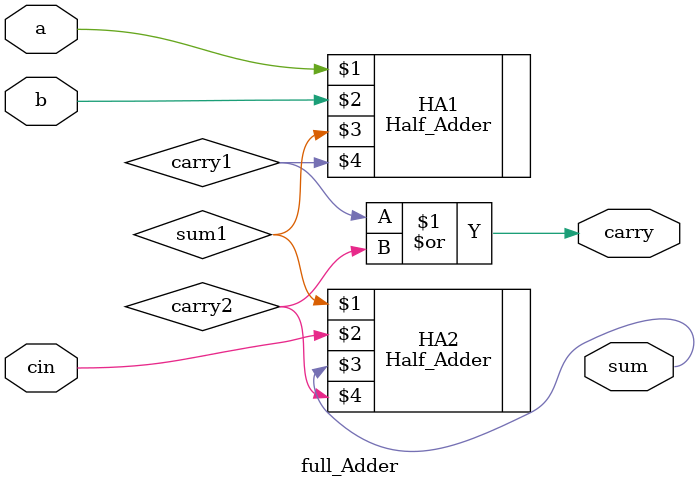
<source format=sv>
`timescale 1ns / 1ps


module full_Adder(input logic a, b, cin, output logic sum, carry);  

  logic sum1, carry1, carry2;
    Half_Adder HA1(a, b, sum1, carry1);
    Half_Adder HA2(sum1, cin, sum, carry2);    or(carry, carry1, carry2);
endmodule

</source>
